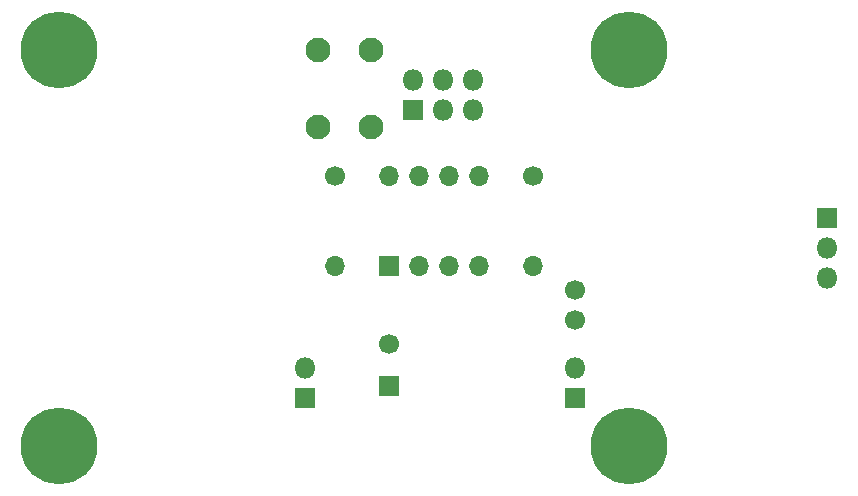
<source format=gbs>
G04 #@! TF.GenerationSoftware,KiCad,Pcbnew,5.1.6-c6e7f7d~87~ubuntu20.04.1*
G04 #@! TF.CreationDate,2020-07-30T22:17:07+05:30*
G04 #@! TF.ProjectId,tiny_blinky,74696e79-5f62-46c6-996e-6b792e6b6963,rev1*
G04 #@! TF.SameCoordinates,Original*
G04 #@! TF.FileFunction,Soldermask,Bot*
G04 #@! TF.FilePolarity,Negative*
%FSLAX46Y46*%
G04 Gerber Fmt 4.6, Leading zero omitted, Abs format (unit mm)*
G04 Created by KiCad (PCBNEW 5.1.6-c6e7f7d~87~ubuntu20.04.1) date 2020-07-30 22:17:07*
%MOMM*%
%LPD*%
G01*
G04 APERTURE LIST*
%ADD10C,2.100000*%
%ADD11R,1.700000X1.700000*%
%ADD12C,1.700000*%
%ADD13C,6.500000*%
%ADD14C,0.900000*%
%ADD15R,1.800000X1.800000*%
%ADD16O,1.800000X1.800000*%
%ADD17O,1.700000X1.700000*%
G04 APERTURE END LIST*
D10*
X70612000Y-40536000D03*
X66112000Y-40536000D03*
X70612000Y-34036000D03*
X66112000Y-34036000D03*
D11*
X72136000Y-62484000D03*
D12*
X72136000Y-58984000D03*
X87884000Y-56896000D03*
X87884000Y-54396000D03*
D13*
X92456000Y-67564000D03*
D14*
X94856000Y-67564000D03*
X94153056Y-69261056D03*
X92456000Y-69964000D03*
X90758944Y-69261056D03*
X90056000Y-67564000D03*
X90758944Y-65866944D03*
X92456000Y-65164000D03*
X94153056Y-65866944D03*
X94153056Y-32338944D03*
X92456000Y-31636000D03*
X90758944Y-32338944D03*
X90056000Y-34036000D03*
X90758944Y-35733056D03*
X92456000Y-36436000D03*
X94153056Y-35733056D03*
X94856000Y-34036000D03*
D13*
X92456000Y-34036000D03*
X44196000Y-34036000D03*
D14*
X46596000Y-34036000D03*
X45893056Y-35733056D03*
X44196000Y-36436000D03*
X42498944Y-35733056D03*
X41796000Y-34036000D03*
X42498944Y-32338944D03*
X44196000Y-31636000D03*
X45893056Y-32338944D03*
X45893056Y-65866944D03*
X44196000Y-65164000D03*
X42498944Y-65866944D03*
X41796000Y-67564000D03*
X42498944Y-69261056D03*
X44196000Y-69964000D03*
X45893056Y-69261056D03*
X46596000Y-67564000D03*
D13*
X44196000Y-67564000D03*
D15*
X109220000Y-48260000D03*
D16*
X109220000Y-50800000D03*
X109220000Y-53340000D03*
D15*
X74168000Y-39116000D03*
D16*
X74168000Y-36576000D03*
X76708000Y-39116000D03*
X76708000Y-36576000D03*
X79248000Y-39116000D03*
X79248000Y-36576000D03*
X65024000Y-60960000D03*
D15*
X65024000Y-63500000D03*
X87884000Y-63500000D03*
D16*
X87884000Y-60960000D03*
D12*
X84328000Y-44704000D03*
D17*
X84328000Y-52324000D03*
X67564000Y-52324000D03*
D12*
X67564000Y-44704000D03*
D11*
X72136000Y-52324000D03*
D17*
X79756000Y-44704000D03*
X74676000Y-52324000D03*
X77216000Y-44704000D03*
X77216000Y-52324000D03*
X74676000Y-44704000D03*
X79756000Y-52324000D03*
X72136000Y-44704000D03*
M02*

</source>
